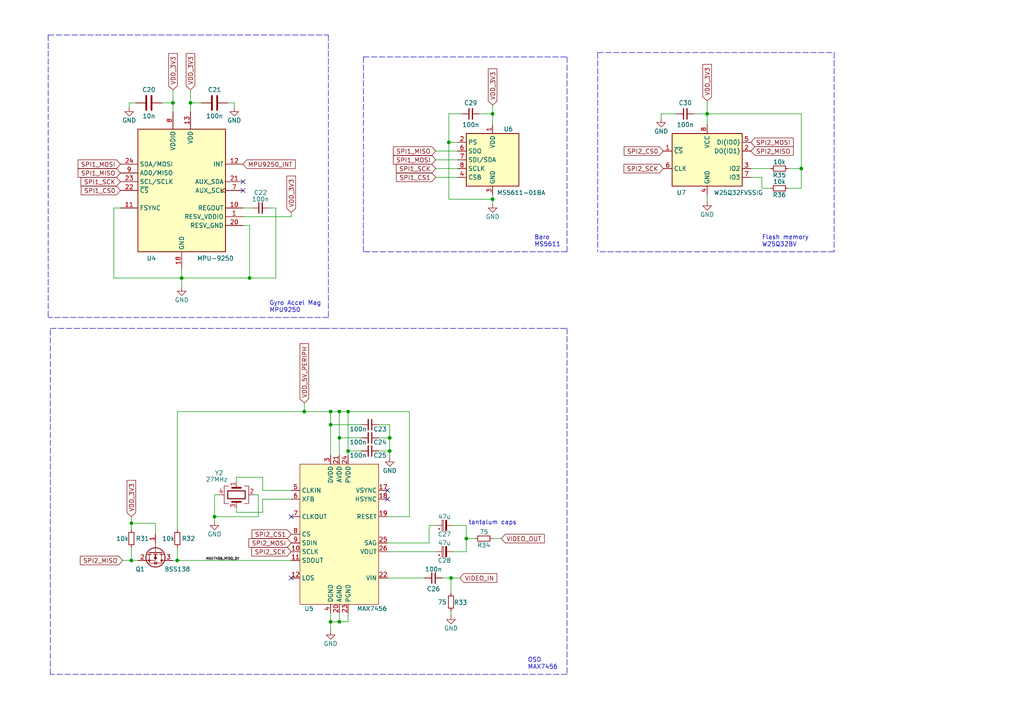
<source format=kicad_sch>
(kicad_sch (version 20211123) (generator eeschema)
  (paper "A4")
  (title_block (title "Peripherals"))
  (lib_symbols
    (symbol "Device:C" (pin_numbers hide) (pin_names (offset 0.254))
      (property "Reference" "C" (at 0.635 2.54 0))
      (property "Value" "C" (at 0.635 -2.54 0))
      (symbol "C_0_1"
        (polyline (pts (xy -2.032 -0.762) (xy 2.032 -0.762)) (stroke (width 0.508)))
        (polyline (pts (xy -2.032 0.762) (xy 2.032 0.762)) (stroke (width 0.508)))
      )
      (symbol "C_1_1"
        (pin passive line (at 0 3.81 270) (length 2.794) (name "~") (number "1"))
        (pin passive line (at 0 -3.81 90) (length 2.794) (name "~") (number "2"))
      )
    )
    (symbol "Device:C_Polarized_Small" (pin_numbers hide) (pin_names (offset 0.254) hide)
      (property "Reference" "C" (at 0.254 1.778 0))
      (property "Value" "C_Polarized_Small" (at 0.254 -2.032 0))
      (symbol "C_Polarized_Small_0_1"
        (rectangle (start -1.524 -0.3048) (end 1.524 -0.6858) (fill (type outline)))
        (rectangle (start -1.524 0.6858) (end 1.524 0.3048))
        (polyline (pts (xy -1.27 1.524) (xy -0.762 1.524)))
        (polyline (pts (xy -1.016 1.27) (xy -1.016 1.778)))
      )
      (symbol "C_Polarized_Small_1_1"
        (pin passive line (at 0 2.54 270) (length 1.8542) (name "~") (number "1"))
        (pin passive line (at 0 -2.54 90) (length 1.8542) (name "~") (number "2"))
      )
    )
    (symbol "Device:C_Small" (pin_numbers hide) (pin_names (offset 0.254) hide)
      (property "Reference" "C" (at 0.254 1.778 0))
      (property "Value" "C_Small" (at 0.254 -2.032 0))
      (symbol "C_Small_0_1"
        (polyline (pts (xy -1.524 -0.508) (xy 1.524 -0.508)) (stroke (width 0.3302)))
        (polyline (pts (xy -1.524 0.508) (xy 1.524 0.508)) (stroke (width 0.3048)))
      )
      (symbol "C_Small_1_1"
        (pin passive line (at 0 2.54 270) (length 2.032) (name "~") (number "1"))
        (pin passive line (at 0 -2.54 90) (length 2.032) (name "~") (number "2"))
      )
    )
    (symbol "Device:Crystal_GND24" (pin_names (offset 1.016) hide)
      (property "Reference" "Y" (at 3.175 5.08 0))
      (property "Value" "Crystal_GND24" (at 3.175 3.175 0))
      (symbol "Crystal_GND24_0_1"
        (rectangle (start -1.143 2.54) (end 1.143 -2.54) (stroke (width 0.3048)))
        (polyline (pts (xy -2.54 0) (xy -2.032 0)))
        (polyline (pts (xy -2.032 -1.27) (xy -2.032 1.27)) (stroke (width 0.508)))
        (polyline (pts (xy 0 -3.81) (xy 0 -3.556)))
        (polyline (pts (xy 0 3.556) (xy 0 3.81)))
        (polyline (pts (xy 2.032 -1.27) (xy 2.032 1.27)) (stroke (width 0.508)))
        (polyline (pts (xy 2.032 0) (xy 2.54 0)))
        (polyline (pts (xy -2.54 -2.286) (xy -2.54 -3.556) (xy 2.54 -3.556) (xy 2.54 -2.286)))
        (polyline (pts (xy -2.54 2.286) (xy -2.54 3.556) (xy 2.54 3.556) (xy 2.54 2.286)))
      )
      (symbol "Crystal_GND24_1_1"
        (pin passive line (at -3.81 0 0) (length 1.27) (name "1") (number "1"))
        (pin passive line (at 0 5.08 270) (length 1.27) (name "2") (number "2"))
        (pin passive line (at 3.81 0 180) (length 1.27) (name "3") (number "3"))
        (pin passive line (at 0 -5.08 90) (length 1.27) (name "4") (number "4"))
      )
    )
    (symbol "Device:R_Small" (pin_numbers hide) (pin_names (offset 0.254) hide)
      (property "Reference" "R" (at 0.762 0.508 0))
      (property "Value" "R_Small" (at 0.762 -1.016 0))
      (symbol "R_Small_0_1"
        (rectangle (start -0.762 1.778) (end 0.762 -1.778) (stroke (width 0.2032)))
      )
      (symbol "R_Small_1_1"
        (pin passive line (at 0 2.54 270) (length 0.762) (name "~") (number "1"))
        (pin passive line (at 0 -2.54 90) (length 0.762) (name "~") (number "2"))
      )
    )
    (symbol "Memory_Flash:W25Q32JVSS"
      (property "Reference" "U" (at -8.89 8.89 0))
      (property "Value" "W25Q32JVSS" (at 7.62 8.89 0))
      (symbol "W25Q32JVSS_0_1"
        (rectangle (start -10.16 7.62) (end 10.16 -7.62) (stroke (width 0.254)) (fill (type background)))
      )
      (symbol "W25Q32JVSS_1_1"
        (pin input line (at -12.7 2.54 0) (length 2.54) (name "~{CS}") (number "1"))
        (pin bidirectional line (at 12.7 2.54 180) (length 2.54) (name "DO(IO1)") (number "2"))
        (pin bidirectional line (at 12.7 -2.54 180) (length 2.54) (name "IO2") (number "3"))
        (pin power_in line (at 0 -10.16 90) (length 2.54) (name "GND") (number "4"))
        (pin bidirectional line (at 12.7 5.08 180) (length 2.54) (name "DI(IO0)") (number "5"))
        (pin input line (at -12.7 -2.54 0) (length 2.54) (name "CLK") (number "6"))
        (pin bidirectional line (at 12.7 -5.08 180) (length 2.54) (name "IO3") (number "7"))
        (pin power_in line (at 0 10.16 270) (length 2.54) (name "VCC") (number "8"))
      )
    )
    (symbol "Sensor_Motion:MPU-9250"
      (property "Reference" "U" (at -11.43 19.05 0))
      (property "Value" "MPU-9250" (at 7.62 -19.05 0))
      (symbol "MPU-9250_0_1"
        (rectangle (start -12.7 17.78) (end 12.7 -17.78) (stroke (width 0.254)) (fill (type background)))
      )
      (symbol "MPU-9250_1_1"
        (pin input line (at 17.78 -7.62 180) (length 5.08) (name "RESV_VDDIO") (number "1"))
        (pin passive line (at 17.78 -5.08 180) (length 5.08) (name "REGOUT") (number "10"))
        (pin input line (at -17.78 -5.08 0) (length 5.08) (name "FSYNC") (number "11"))
        (pin output line (at 17.78 7.62 180) (length 5.08) (name "INT") (number "12"))
        (pin power_in line (at 2.54 22.86 270) (length 5.08) (name "VDD") (number "13"))
        (pin power_in line (at 0 -22.86 90) (length 5.08) (name "GND") (number "18"))
        (pin power_in line (at 17.78 -10.16 180) (length 5.08) (name "RESV_GND") (number "20"))
        (pin bidirectional line (at 17.78 2.54 180) (length 5.08) (name "AUX_SDA") (number "21"))
        (pin input line (at -17.78 0 0) (length 5.08) (name "~{CS}") (number "22"))
        (pin input line (at -17.78 2.54 0) (length 5.08) (name "SCL/SCLK") (number "23"))
        (pin bidirectional line (at -17.78 7.62 0) (length 5.08) (name "SDA/MOSI") (number "24"))
        (pin output clock (at 17.78 0 180) (length 5.08) (name "AUX_SCL") (number "7"))
        (pin power_in line (at -2.54 22.86 270) (length 5.08) (name "VDDIO") (number "8"))
        (pin bidirectional line (at -17.78 5.08 0) (length 5.08) (name "AD0/MISO") (number "9"))
      )
    )
    (symbol "Sensor_Pressure:MS5611-01BA"
      (property "Reference" "U" (at -6.35 8.89 0))
      (property "Value" "MS5611-01BA" (at 7.62 8.89 0))
      (symbol "MS5611-01BA_0_1"
        (rectangle (start -7.62 7.62) (end 7.62 -7.62) (stroke (width 0.254)) (fill (type background)))
      )
      (symbol "MS5611-01BA_1_1"
        (pin power_in line (at 0 10.16 270) (length 2.54) (name "VDD") (number "1"))
        (pin input line (at -10.16 5.08 0) (length 2.54) (name "PS") (number "2"))
        (pin power_in line (at 0 -10.16 90) (length 2.54) (name "GND") (number "3"))
        (pin input line (at -10.16 -5.08 0) (length 2.54) (name "CSB") (number "4"))
        (pin input line (at -10.16 -5.08 0) (length 2.54) hide (name "CSB") (number "5"))
        (pin output line (at -10.16 2.54 0) (length 2.54) (name "SDO") (number "6"))
        (pin bidirectional line (at -10.16 0 0) (length 2.54) (name "SDI/SDA") (number "7"))
        (pin input line (at -10.16 -2.54 0) (length 2.54) (name "SCLK") (number "8"))
      )
    )
    (symbol "Transistor_FET:BSS138" (pin_names hide)
      (property "Reference" "Q" (at 5.08 1.905 0))
      (property "Value" "BSS138" (at 5.08 0 0))
      (symbol "BSS138_0_1"
        (polyline (pts (xy 0.254 0) (xy -2.54 0)))
        (polyline (pts (xy 0.254 1.905) (xy 0.254 -1.905)) (stroke (width 0.254)))
        (polyline (pts (xy 0.762 -1.27) (xy 0.762 -2.286)) (stroke (width 0.254)))
        (polyline (pts (xy 0.762 0.508) (xy 0.762 -0.508)) (stroke (width 0.254)))
        (polyline (pts (xy 0.762 2.286) (xy 0.762 1.27)) (stroke (width 0.254)))
        (polyline (pts (xy 2.54 2.54) (xy 2.54 1.778)))
        (polyline (pts (xy 2.54 -2.54) (xy 2.54 0) (xy 0.762 0)))
        (polyline (pts (xy 0.762 -1.778) (xy 3.302 -1.778) (xy 3.302 1.778) (xy 0.762 1.778)))
        (polyline (pts (xy 1.016 0) (xy 2.032 0.381) (xy 2.032 -0.381) (xy 1.016 0)) (fill (type outline)))
        (polyline (pts (xy 2.794 0.508) (xy 2.921 0.381) (xy 3.683 0.381) (xy 3.81 0.254)))
        (polyline (pts (xy 3.302 0.381) (xy 2.921 -0.254) (xy 3.683 -0.254) (xy 3.302 0.381)))
        (circle (center 1.651 0) (radius 2.794) (stroke (width 0.254)))
        (circle (center 2.54 -1.778) (radius 0.254) (fill (type outline)))
        (circle (center 2.54 1.778) (radius 0.254) (fill (type outline)))
      )
      (symbol "BSS138_1_1"
        (pin input line (at -5.08 0 0) (length 2.54) (name "G") (number "1"))
        (pin passive line (at 2.54 -5.08 90) (length 2.54) (name "S") (number "2"))
        (pin passive line (at 2.54 5.08 270) (length 2.54) (name "D") (number "3"))
      )
    )
    (symbol "power:GND" (power) (pin_names (offset 0))
      (property "Value" "GND" (at 0 -3.81 0))
      (symbol "GND_0_1"
        (polyline (pts (xy 0 0) (xy 0 -1.27) (xy 1.27 -1.27) (xy 0 -2.54) (xy -1.27 -1.27) (xy 0 -1.27)))
      )
      (symbol "GND_1_1"
        (pin power_in line (at 0 0 270) (length 0) hide (name "GND") (number "1"))
      )
    )
    (symbol "user_lib:MAX7456"
      (property "Reference" "U" (at 10.16 -24.13 0))
      (property "Value" "MAX7456" (at 10.16 -21.59 0))
      (symbol "MAX7456_0_1"
        (rectangle (start -11.43 20.32) (end 11.43 -20.32) (fill (type background)))
      )
      (symbol "MAX7456_1_1"
        (pin bidirectional line (at -13.97 -5.08 0) (length 2.54) (name "SCLK") (number "10"))
        (pin bidirectional line (at -13.97 -7.62 0) (length 2.54) (name "SDOUT") (number "11"))
        (pin bidirectional line (at -13.97 -12.7 0) (length 2.54) (name "LOS") (number "12"))
        (pin bidirectional line (at 13.97 12.7 180) (length 2.54) (name "VSYNC") (number "17"))
        (pin bidirectional line (at 13.97 10.16 180) (length 2.54) (name "HSYNC") (number "18"))
        (pin input line (at 13.97 5.08 180) (length 2.54) (name "RESET") (number "19"))
        (pin power_in line (at 0 -22.86 90) (length 2.54) (name "AGND") (number "20"))
        (pin power_in line (at 0 22.86 270) (length 2.54) (name "AVDD") (number "21"))
        (pin input line (at 13.97 -12.7 180) (length 2.54) (name "VIN") (number "22"))
        (pin power_in line (at 2.54 -22.86 90) (length 2.54) (name "PGND") (number "23"))
        (pin power_in line (at 2.54 22.86 270) (length 2.54) (name "PVDD") (number "24"))
        (pin input line (at 13.97 -2.54 180) (length 2.54) (name "SAG") (number "25"))
        (pin input line (at 13.97 -5.08 180) (length 2.54) (name "VOUT") (number "26"))
        (pin power_in line (at -2.54 22.86 270) (length 2.54) (name "DVDD") (number "3"))
        (pin power_in line (at -2.54 -22.86 90) (length 2.54) (name "DGND") (number "4"))
        (pin bidirectional line (at -13.97 12.7 0) (length 2.54) (name "CLKIN") (number "5"))
        (pin bidirectional line (at -13.97 10.16 0) (length 2.54) (name "XFB") (number "6"))
        (pin bidirectional line (at -13.97 5.08 0) (length 2.54) (name "CLKOUT") (number "7"))
        (pin bidirectional line (at -13.97 0 0) (length 2.54) (name "CS") (number "8"))
        (pin bidirectional line (at -13.97 -2.54 0) (length 2.54) (name "SDIN") (number "9"))
      )
    )
  )
  (junction (at 72.39 80.645))
  (junction (at 232.41 48.895))
  (junction (at 88.265 119.38))
  (junction (at 142.875 33.02))
  (junction (at 95.885 123.19))
  (junction (at 100.965 130.81))
  (junction (at 113.03 130.81))
  (junction (at 62.23 149.86))
  (junction (at 130.175 41.275))
  (junction (at 100.965 119.38))
  (junction (at 95.885 180.34))
  (junction (at 142.875 57.785))
  (junction (at 38.1 162.56))
  (junction (at 98.425 180.34))
  (junction (at 130.81 167.64))
  (junction (at 55.245 29.845))
  (junction (at 50.165 29.845))
  (junction (at 38.1 151.765))
  (junction (at 98.425 127))
  (junction (at 51.435 162.56))
  (junction (at 52.705 80.645))
  (junction (at 113.03 127))
  (junction (at 205.105 33.02))
  (junction (at 95.885 119.38))
  (junction (at 98.425 119.38))
  (junction (at 135.255 156.21))
  (no_connect (at 84.455 167.64))
  (no_connect (at 112.395 142.24))
  (no_connect (at 70.485 52.705))
  (no_connect (at 112.395 144.78))
  (no_connect (at 84.455 149.86))
  (no_connect (at 70.485 55.245))
  (wire (pts (xy 201.295 33.02) (xy 205.105 33.02)))
  (wire (pts (xy 126.365 43.815) (xy 132.715 43.815)))
  (wire (pts (xy 130.81 177.165) (xy 130.81 178.435)))
  (wire (pts (xy 228.6 48.895) (xy 232.41 48.895)))
  (wire (pts (xy 51.435 119.38) (xy 88.265 119.38)))
  (wire (pts (xy 109.855 123.19) (xy 113.03 123.19)))
  (wire (pts (xy 76.2 138.43) (xy 68.58 138.43)))
  (polyline (pts (xy 241.935 73.025) (xy 173.355 73.025)))
  (wire (pts (xy 38.1 151.765) (xy 38.1 153.67)))
  (wire (pts (xy 88.265 119.38) (xy 95.885 119.38)))
  (wire (pts (xy 95.885 119.38) (xy 98.425 119.38)))
  (wire (pts (xy 52.705 80.645) (xy 33.02 80.645)))
  (wire (pts (xy 104.775 123.19) (xy 95.885 123.19)))
  (wire (pts (xy 84.455 62.865) (xy 84.455 61.595)))
  (polyline (pts (xy 164.465 16.51) (xy 164.465 73.025)))
  (wire (pts (xy 217.805 48.895) (xy 223.52 48.895)))
  (wire (pts (xy 78.105 60.325) (xy 80.01 60.325)))
  (wire (pts (xy 98.425 180.34) (xy 100.965 180.34)))
  (polyline (pts (xy 164.465 95.25) (xy 164.465 195.58)))
  (wire (pts (xy 51.435 162.56) (xy 84.455 162.56)))
  (wire (pts (xy 55.245 26.035) (xy 55.245 29.845)))
  (wire (pts (xy 37.465 29.845) (xy 37.465 31.115)))
  (wire (pts (xy 38.1 149.86) (xy 38.1 151.765)))
  (wire (pts (xy 38.1 151.765) (xy 45.085 151.765)))
  (polyline (pts (xy 173.355 15.24) (xy 173.355 73.025)))
  (wire (pts (xy 68.58 138.43) (xy 68.58 139.7)))
  (polyline (pts (xy 14.605 195.58) (xy 14.605 95.25)))
  (wire (pts (xy 50.165 26.035) (xy 50.165 29.845)))
  (wire (pts (xy 232.41 54.61) (xy 228.6 54.61)))
  (wire (pts (xy 135.255 152.4) (xy 135.255 156.21)))
  (polyline (pts (xy 95.25 10.16) (xy 95.25 92.075)))
  (wire (pts (xy 52.705 80.645) (xy 52.705 83.185)))
  (wire (pts (xy 73.66 143.51) (xy 74.93 143.51)))
  (wire (pts (xy 130.175 41.275) (xy 130.175 57.785)))
  (wire (pts (xy 142.875 156.21) (xy 145.415 156.21)))
  (wire (pts (xy 112.395 160.02) (xy 126.365 160.02)))
  (wire (pts (xy 130.175 33.02) (xy 133.985 33.02)))
  (wire (pts (xy 113.03 130.81) (xy 113.03 132.715)))
  (wire (pts (xy 45.085 151.765) (xy 45.085 154.94)))
  (wire (pts (xy 124.46 152.4) (xy 126.365 152.4)))
  (wire (pts (xy 100.965 130.81) (xy 100.965 132.08)))
  (wire (pts (xy 50.165 162.56) (xy 51.435 162.56)))
  (wire (pts (xy 35.56 162.56) (xy 38.1 162.56)))
  (wire (pts (xy 70.485 60.325) (xy 73.025 60.325)))
  (wire (pts (xy 76.2 144.78) (xy 84.455 144.78)))
  (wire (pts (xy 126.365 51.435) (xy 132.715 51.435)))
  (wire (pts (xy 232.41 48.895) (xy 232.41 54.61)))
  (wire (pts (xy 142.875 56.515) (xy 142.875 57.785)))
  (wire (pts (xy 112.395 149.86) (xy 118.745 149.86)))
  (wire (pts (xy 205.105 56.515) (xy 205.105 58.42)))
  (wire (pts (xy 70.485 62.865) (xy 84.455 62.865)))
  (wire (pts (xy 112.395 157.48) (xy 124.46 157.48)))
  (wire (pts (xy 113.03 123.19) (xy 113.03 127)))
  (wire (pts (xy 98.425 119.38) (xy 100.965 119.38)))
  (polyline (pts (xy 13.97 10.16) (xy 95.25 10.16)))
  (wire (pts (xy 88.265 116.84) (xy 88.265 119.38)))
  (wire (pts (xy 142.875 57.785) (xy 142.875 59.055)))
  (wire (pts (xy 51.435 162.56) (xy 51.435 158.75)))
  (polyline (pts (xy 105.41 16.51) (xy 105.41 73.025)))
  (wire (pts (xy 142.875 30.48) (xy 142.875 33.02)))
  (wire (pts (xy 104.775 127) (xy 98.425 127)))
  (wire (pts (xy 55.245 29.845) (xy 58.42 29.845)))
  (wire (pts (xy 33.02 60.325) (xy 33.02 80.645)))
  (wire (pts (xy 100.965 180.34) (xy 100.965 177.8)))
  (wire (pts (xy 217.805 51.435) (xy 220.98 51.435)))
  (wire (pts (xy 68.58 147.32) (xy 68.58 148.59)))
  (wire (pts (xy 104.775 130.81) (xy 100.965 130.81)))
  (polyline (pts (xy 14.605 95.25) (xy 93.98 95.25)))
  (wire (pts (xy 76.2 148.59) (xy 76.2 144.78)))
  (wire (pts (xy 205.105 33.02) (xy 205.105 36.195)))
  (wire (pts (xy 52.705 78.105) (xy 52.705 80.645)))
  (polyline (pts (xy 173.355 15.24) (xy 241.935 15.24)))
  (wire (pts (xy 135.255 156.21) (xy 137.795 156.21)))
  (wire (pts (xy 100.965 119.38) (xy 118.745 119.38)))
  (wire (pts (xy 95.885 180.34) (xy 95.885 182.88)))
  (wire (pts (xy 126.365 48.895) (xy 132.715 48.895)))
  (wire (pts (xy 62.23 143.51) (xy 63.5 143.51)))
  (wire (pts (xy 124.46 157.48) (xy 124.46 152.4)))
  (wire (pts (xy 109.855 127) (xy 113.03 127)))
  (wire (pts (xy 98.425 119.38) (xy 98.425 127)))
  (wire (pts (xy 220.98 51.435) (xy 220.98 54.61)))
  (wire (pts (xy 98.425 177.8) (xy 98.425 180.34)))
  (wire (pts (xy 46.99 29.845) (xy 50.165 29.845)))
  (wire (pts (xy 232.41 33.02) (xy 205.105 33.02)))
  (polyline (pts (xy 93.98 95.25) (xy 164.465 95.25)))
  (wire (pts (xy 50.165 29.845) (xy 50.165 32.385)))
  (wire (pts (xy 205.105 29.21) (xy 205.105 33.02)))
  (wire (pts (xy 95.885 119.38) (xy 95.885 123.19)))
  (wire (pts (xy 131.445 152.4) (xy 135.255 152.4)))
  (wire (pts (xy 76.2 142.24) (xy 76.2 138.43)))
  (wire (pts (xy 112.395 167.64) (xy 123.19 167.64)))
  (wire (pts (xy 55.245 29.845) (xy 55.245 32.385)))
  (wire (pts (xy 130.81 167.64) (xy 133.35 167.64)))
  (wire (pts (xy 126.365 46.355) (xy 132.715 46.355)))
  (wire (pts (xy 191.77 34.29) (xy 191.77 33.02)))
  (wire (pts (xy 39.37 29.845) (xy 37.465 29.845)))
  (wire (pts (xy 128.27 167.64) (xy 130.81 167.64)))
  (wire (pts (xy 80.01 60.325) (xy 80.01 80.645)))
  (wire (pts (xy 95.885 177.8) (xy 95.885 180.34)))
  (wire (pts (xy 68.58 148.59) (xy 76.2 148.59)))
  (wire (pts (xy 62.23 149.86) (xy 62.23 151.13)))
  (wire (pts (xy 34.925 60.325) (xy 33.02 60.325)))
  (wire (pts (xy 95.885 123.19) (xy 95.885 132.08)))
  (wire (pts (xy 130.175 41.275) (xy 130.175 33.02)))
  (wire (pts (xy 113.03 127) (xy 113.03 130.81)))
  (wire (pts (xy 130.81 167.64) (xy 130.81 172.085)))
  (wire (pts (xy 109.855 130.81) (xy 113.03 130.81)))
  (wire (pts (xy 118.745 119.38) (xy 118.745 149.86)))
  (wire (pts (xy 51.435 119.38) (xy 51.435 153.67)))
  (wire (pts (xy 98.425 127) (xy 98.425 132.08)))
  (wire (pts (xy 100.965 119.38) (xy 100.965 130.81)))
  (wire (pts (xy 67.945 29.845) (xy 67.945 31.115)))
  (wire (pts (xy 62.23 149.86) (xy 62.23 143.51)))
  (wire (pts (xy 142.875 33.02) (xy 142.875 36.195)))
  (wire (pts (xy 232.41 48.895) (xy 232.41 33.02)))
  (wire (pts (xy 191.77 33.02) (xy 196.215 33.02)))
  (wire (pts (xy 70.485 65.405) (xy 72.39 65.405)))
  (wire (pts (xy 135.255 156.21) (xy 135.255 160.02)))
  (wire (pts (xy 95.885 180.34) (xy 98.425 180.34)))
  (polyline (pts (xy 13.97 10.16) (xy 13.97 92.075)))
  (wire (pts (xy 139.065 33.02) (xy 142.875 33.02)))
  (wire (pts (xy 220.98 54.61) (xy 223.52 54.61)))
  (wire (pts (xy 38.1 162.56) (xy 38.1 158.75)))
  (wire (pts (xy 72.39 65.405) (xy 72.39 80.645)))
  (polyline (pts (xy 164.465 195.58) (xy 14.605 195.58)))
  (polyline (pts (xy 164.465 73.025) (xy 105.41 73.025)))
  (wire (pts (xy 135.255 160.02) (xy 131.445 160.02)))
  (polyline (pts (xy 95.25 92.075) (xy 13.97 92.075)))
  (polyline (pts (xy 105.41 16.51) (xy 164.465 16.51)))
  (wire (pts (xy 62.23 149.86) (xy 74.93 149.86)))
  (wire (pts (xy 132.715 41.275) (xy 130.175 41.275)))
  (wire (pts (xy 80.01 80.645) (xy 72.39 80.645)))
  (wire (pts (xy 76.2 142.24) (xy 84.455 142.24)))
  (wire (pts (xy 66.04 29.845) (xy 67.945 29.845)))
  (wire (pts (xy 38.1 162.56) (xy 40.005 162.56)))
  (polyline (pts (xy 241.935 15.24) (xy 241.935 73.025)))
  (wire (pts (xy 74.93 143.51) (xy 74.93 149.86)))
  (wire (pts (xy 130.175 57.785) (xy 142.875 57.785)))
  (wire (pts (xy 52.705 80.645) (xy 72.39 80.645)))
  (text "Flash memory \nW25Q32BV\n" (at 220.98 71.755 0) (effects (font (size 1.27 1.27)) (justify left bottom)))
  (text "Gyro Accel Mag\nMPU9250" (at 78.105 90.805 0) (effects (font (size 1.27 1.27)) (justify left bottom)))
  (text "OSD\nMAX7456" (at 153.035 194.31 0) (effects (font (size 1.27 1.27)) (justify left bottom)))
  (text "Baro\nMS5611\n" (at 154.94 71.755 0) (effects (font (size 1.27 1.27)) (justify left bottom)))
  (text "tantalum caps" (at 135.89 152.4 0) (effects (font (size 1.27 1.27)) (justify left bottom)))
  (label "MAX7456_MISO_5V" (at 59.69 162.56 0) (effects (font (size 0.7 0.7))))
  (global_label "SPI2_MOSI" (shape input) (at 217.805 41.275 0) (property "Intersheet References" "${INTERSHEET_REFS}" (effects hide)))
  (global_label "SPI2_MISO" (shape input) (at 217.805 43.815 0) (property "Intersheet References" "${INTERSHEET_REFS}" (effects hide)))
  (global_label "VDD_3V3" (shape input) (at 50.165 26.035 90) (property "Intersheet References" "${INTERSHEET_REFS}" (effects hide)))
  (global_label "MPU9250_INT" (shape input) (at 70.485 47.625 0) (property "Intersheet References" "${INTERSHEET_REFS}" (effects hide)))
  (global_label "VIDEO_OUT" (shape input) (at 145.415 156.21 0) (property "Intersheet References" "${INTERSHEET_REFS}" (effects hide)))
  (global_label "SPI1_CS1" (shape input) (at 126.365 51.435 180) (property "Intersheet References" "${INTERSHEET_REFS}" (effects hide)))
  (global_label "SPI1_SCK" (shape input) (at 34.925 52.705 180) (property "Intersheet References" "${INTERSHEET_REFS}" (effects hide)))
  (global_label "SPI1_MOSI" (shape input) (at 126.365 46.355 180) (property "Intersheet References" "${INTERSHEET_REFS}" (effects hide)))
  (global_label "SPI2_CS1" (shape input) (at 84.455 154.94 180) (property "Intersheet References" "${INTERSHEET_REFS}" (effects hide)))
  (global_label "SPI2_SCK" (shape input) (at 84.455 160.02 180) (property "Intersheet References" "${INTERSHEET_REFS}" (effects hide)))
  (global_label "SPI2_SCK" (shape input) (at 192.405 48.895 180) (property "Intersheet References" "${INTERSHEET_REFS}" (effects hide)))
  (global_label "SPI1_CS0" (shape input) (at 34.925 55.245 180) (property "Intersheet References" "${INTERSHEET_REFS}" (effects hide)))
  (global_label "SPI2_MOSI" (shape input) (at 84.455 157.48 180) (property "Intersheet References" "${INTERSHEET_REFS}" (effects hide)))
  (global_label "VDD_3V3" (shape input) (at 142.875 30.48 90) (property "Intersheet References" "${INTERSHEET_REFS}" (effects hide)))
  (global_label "SPI1_MISO" (shape input) (at 34.925 50.165 180) (property "Intersheet References" "${INTERSHEET_REFS}" (effects hide)))
  (global_label "VIDEO_IN" (shape input) (at 133.35 167.64 0) (property "Intersheet References" "${INTERSHEET_REFS}" (effects hide)))
  (global_label "VDD_3V3" (shape input) (at 205.105 29.21 90) (property "Intersheet References" "${INTERSHEET_REFS}" (effects hide)))
  (global_label "SPI2_CS0" (shape input) (at 192.405 43.815 180) (property "Intersheet References" "${INTERSHEET_REFS}" (effects hide)))
  (global_label "VDD_5V_PERIPH" (shape input) (at 88.265 116.84 90) (property "Intersheet References" "${INTERSHEET_REFS}" (effects hide)))
  (global_label "SPI1_MISO" (shape input) (at 126.365 43.815 180) (property "Intersheet References" "${INTERSHEET_REFS}" (effects hide)))
  (global_label "VDD_3V3" (shape input) (at 38.1 149.86 90) (property "Intersheet References" "${INTERSHEET_REFS}" (effects hide)))
  (global_label "SPI1_MOSI" (shape input) (at 34.925 47.625 180) (property "Intersheet References" "${INTERSHEET_REFS}" (effects hide)))
  (global_label "VDD_3V3" (shape input) (at 55.245 26.035 90) (property "Intersheet References" "${INTERSHEET_REFS}" (effects hide)))
  (global_label "VDD_3V3" (shape input) (at 84.455 61.595 90) (property "Intersheet References" "${INTERSHEET_REFS}" (effects hide)))
  (global_label "SPI1_SCK" (shape input) (at 126.365 48.895 180) (property "Intersheet References" "${INTERSHEET_REFS}" (effects hide)))
  (global_label "SPI2_MISO" (shape input) (at 35.56 162.56 180) (property "Intersheet References" "${INTERSHEET_REFS}" (effects hide)))
  (symbol (lib_id "Device:R_Small") (at 130.81 174.625 180) (unit 1)
    (property "Reference" "R33" (at 133.604 174.752 0))
    (property "Value" "75" (at 128.27 174.625 0))
    (property "Footprint" "Resistor_SMD:R_0603_1608Metric_Pad0.98x0.95mm_HandSolder" (effects hide))
  )
  (symbol (lib_id "power:GND") (at 62.23 151.13 0) (unit 1)
    (property "Reference" "#PWR034" (effects hide))
    (property "Value" "GND" (at 62.23 154.94 0))
  )
  (symbol (lib_id "power:GND") (at 205.105 58.42 0) (unit 1)
    (property "Reference" "#PWR041" (effects hide))
    (property "Value" "GND" (at 205.105 62.23 0))
  )
  (symbol (lib_id "Device:C_Small") (at 125.73 167.64 90) (unit 1)
    (property "Reference" "C26" (at 125.73 170.815 90))
    (property "Value" "100n" (at 125.73 165.1 90))
    (property "Footprint" "Capacitor_SMD:C_0603_1608Metric_Pad1.08x0.95mm_HandSolder" (effects hide))
  )
  (symbol (lib_id "power:GND") (at 113.03 132.715 0) (unit 1)
    (property "Reference" "#PWR037" (effects hide))
    (property "Value" "GND" (at 113.03 136.525 0))
  )
  (symbol (lib_id "Transistor_FET:BSS138") (at 45.085 160.02 270) (unit 1)
    (property "Reference" "Q1" (at 40.64 165.1 90))
    (property "Value" "BSS138" (at 51.435 165.1 90))
    (property "Footprint" "Package_TO_SOT_SMD:SOT-23" (effects hide))
    (property "Datasheet" "https://www.onsemi.com/pub/Collateral/BSS138-D.PDF" (effects hide))
  )
  (symbol (lib_id "Device:C_Small") (at 75.565 60.325 90) (unit 1)
    (property "Reference" "C22" (at 75.565 55.88 90))
    (property "Value" "100n" (at 75.565 57.785 90))
    (property "Footprint" "Capacitor_SMD:C_0603_1608Metric_Pad1.08x0.95mm_HandSolder" (effects hide))
  )
  (symbol (lib_id "Device:Crystal_GND24") (at 68.58 143.51 270) (unit 1)
    (property "Reference" "Y2" (at 63.5 137.16 90))
    (property "Value" "27MHz" (at 62.865 139.065 90))
    (property "Footprint" "Crystal:Crystal_SMD_3225-4Pin_3.2x2.5mm" (effects hide))
  )
  (symbol (lib_id "Device:C") (at 43.18 29.845 90) (unit 1)
    (property "Reference" "C20" (at 43.18 26.035 90))
    (property "Value" "10n" (at 43.18 33.655 90))
    (property "Footprint" "Capacitor_SMD:C_0603_1608Metric_Pad1.08x0.95mm_HandSolder" (effects hide))
  )
  (symbol (lib_id "power:GND") (at 37.465 31.115 0) (unit 1)
    (property "Reference" "#PWR032" (effects hide))
    (property "Value" "GND" (at 37.465 34.925 0))
  )
  (symbol (lib_id "Device:C") (at 62.23 29.845 90) (unit 1)
    (property "Reference" "C21" (at 62.23 26.035 90))
    (property "Value" "100n" (at 62.23 33.655 90))
    (property "Footprint" "Capacitor_SMD:C_0603_1608Metric_Pad1.08x0.95mm_HandSolder" (effects hide))
  )
  (symbol (lib_id "user_lib:MAX7456") (at 98.425 154.94 0) (unit 1)
    (property "Reference" "U5" (at 88.265 176.53 0) (effects (justify left)))
    (property "Value" "MAX7456" (at 103.505 176.53 0) (effects (justify left)))
    (property "Footprint" "Package_SO:HTSSOP-28-1EP_4.4x9.7mm_P0.65mm_EP2.85x5.4mm_ThermalVias" (effects hide))
  )
  (symbol (lib_id "Device:R_Small") (at 140.335 156.21 90) (unit 1)
    (property "Reference" "R34" (at 140.335 158.115 90))
    (property "Value" "75" (at 140.335 154.305 90))
    (property "Footprint" "Resistor_SMD:R_0603_1608Metric_Pad0.98x0.95mm_HandSolder" (effects hide))
  )
  (symbol (lib_id "power:GND") (at 95.885 182.88 0) (unit 1)
    (property "Reference" "#PWR036" (effects hide))
    (property "Value" "GND" (at 95.885 186.69 0))
  )
  (symbol (lib_id "Device:C_Small") (at 107.315 123.19 270) (unit 1)
    (property "Reference" "C23" (at 110.236 124.46 90))
    (property "Value" "100n" (at 103.886 124.46 90))
    (property "Footprint" "Capacitor_SMD:C_0603_1608Metric_Pad1.08x0.95mm_HandSolder" (effects hide))
  )
  (symbol (lib_id "Sensor_Motion:MPU-9250") (at 52.705 55.245 0) (unit 1)
    (property "Reference" "U4" (at 42.545 74.93 0) (effects (justify left)))
    (property "Value" "MPU-9250" (at 57.15 74.93 0) (effects (justify left)))
    (property "Footprint" "Sensor_Motion:InvenSense_QFN-24_3x3mm_P0.4mm" (effects hide))
    (property "Datasheet" "https://store.invensense.com/datasheets/invensense/MPU9250REV1.0.pdf" (effects hide))
  )
  (symbol (lib_id "Device:R_Small") (at 226.06 54.61 90) (unit 1)
    (property "Reference" "R36" (at 226.06 56.515 90))
    (property "Value" "10k" (at 226.06 52.705 90))
    (property "Footprint" "Resistor_SMD:R_0603_1608Metric_Pad0.98x0.95mm_HandSolder" (effects hide))
  )
  (symbol (lib_id "Device:C_Polarized_Small") (at 128.905 160.02 90) (unit 1)
    (property "Reference" "C28" (at 128.905 162.56 90))
    (property "Value" "47u" (at 128.905 157.48 90))
    (property "Footprint" "Capacitor_SMD:C_1206_3216Metric_Pad1.33x1.80mm_HandSolder" (effects hide))
  )
  (symbol (lib_id "Device:C_Small") (at 107.315 127 270) (unit 1)
    (property "Reference" "C24" (at 110.236 128.27 90))
    (property "Value" "100n" (at 103.886 128.27 90))
    (property "Footprint" "Capacitor_SMD:C_0603_1608Metric_Pad1.08x0.95mm_HandSolder" (effects hide))
  )
  (symbol (lib_id "power:GND") (at 142.875 59.055 0) (unit 1)
    (property "Reference" "#PWR039" (effects hide))
    (property "Value" "GND" (at 142.875 62.865 0))
  )
  (symbol (lib_id "power:GND") (at 130.81 178.435 0) (unit 1)
    (property "Reference" "#PWR038" (effects hide))
    (property "Value" "GND" (at 130.81 182.245 0))
  )
  (symbol (lib_id "Device:C_Small") (at 107.315 130.81 270) (unit 1)
    (property "Reference" "C25" (at 110.236 132.08 90))
    (property "Value" "100n" (at 103.886 132.08 90))
    (property "Footprint" "Capacitor_SMD:C_0603_1608Metric_Pad1.08x0.95mm_HandSolder" (effects hide))
  )
  (symbol (lib_id "Device:R_Small") (at 38.1 156.21 0) (unit 1)
    (property "Reference" "R31" (at 39.37 156.21 0) (effects (justify left)))
    (property "Value" "10k" (at 33.655 156.21 0) (effects (justify left)))
    (property "Footprint" "Resistor_SMD:R_0603_1608Metric_Pad0.98x0.95mm_HandSolder" (effects hide))
  )
  (symbol (lib_id "Device:R_Small") (at 51.435 156.21 0) (unit 1)
    (property "Reference" "R32" (at 52.705 156.21 0) (effects (justify left)))
    (property "Value" "10k" (at 46.99 156.21 0) (effects (justify left)))
    (property "Footprint" "Resistor_SMD:R_0603_1608Metric_Pad0.98x0.95mm_HandSolder" (effects hide))
  )
  (symbol (lib_id "power:GND") (at 191.77 34.29 0) (unit 1)
    (property "Reference" "#PWR040" (effects hide))
    (property "Value" "GND" (at 191.77 38.1 0))
  )
  (symbol (lib_id "Memory_Flash:W25Q32JVSS") (at 205.105 46.355 0) (unit 1)
    (property "Reference" "U7" (at 196.215 55.88 0) (effects (justify left)))
    (property "Value" "W25Q32FVSSIG" (at 207.01 55.88 0) (effects (justify left)))
    (property "Footprint" "Package_SO:SOIC-8_5.275x5.275mm_P1.27mm" (effects hide))
    (property "Datasheet" "http://www.winbond.com/resource-files/w25q32jv%20revg%2003272018%20plus.pdf" (effects hide))
  )
  (symbol (lib_id "power:GND") (at 67.945 31.115 0) (unit 1)
    (property "Reference" "#PWR035" (effects hide))
    (property "Value" "GND" (at 67.945 34.925 0))
  )
  (symbol (lib_id "Device:R_Small") (at 226.06 48.895 90) (unit 1)
    (property "Reference" "R35" (at 226.06 50.8 90))
    (property "Value" "10k" (at 226.06 46.99 90))
    (property "Footprint" "Resistor_SMD:R_0603_1608Metric_Pad0.98x0.95mm_HandSolder" (effects hide))
  )
  (symbol (lib_id "Device:C_Small") (at 198.755 33.02 90) (unit 1)
    (property "Reference" "C30" (at 198.755 29.845 90))
    (property "Value" "100n" (at 198.755 36.195 90))
    (property "Footprint" "Capacitor_SMD:C_0603_1608Metric_Pad1.08x0.95mm_HandSolder" (effects hide))
  )
  (symbol (lib_id "Device:C_Polarized_Small") (at 128.905 152.4 90) (unit 1)
    (property "Reference" "C27" (at 128.905 154.94 90))
    (property "Value" "47u" (at 128.905 149.86 90))
    (property "Footprint" "Capacitor_SMD:C_1206_3216Metric_Pad1.33x1.80mm_HandSolder" (effects hide))
  )
  (symbol (lib_id "Sensor_Pressure:MS5611-01BA") (at 142.875 46.355 0) (unit 1)
    (property "Reference" "U6" (at 146.05 37.465 0) (effects (justify left)))
    (property "Value" "MS5611-01BA" (at 144.145 55.88 0) (effects (justify left)))
    (property "Footprint" "user_lib:LGA-8_3x5mm_P1.25mm_handsolder" (effects hide))
    (property "Datasheet" "https://www.te.com/commerce/DocumentDelivery/DDEController?Action=srchrtrv&DocNm=MS5611-01BA03&DocType=Data+Sheet&DocLang=English" (effects hide))
  )
  (symbol (lib_id "power:GND") (at 52.705 83.185 0) (unit 1)
    (property "Reference" "#PWR033" (effects hide))
    (property "Value" "GND" (at 52.705 86.995 0))
  )
  (symbol (lib_id "Device:C_Small") (at 136.525 33.02 90) (unit 1)
    (property "Reference" "C29" (at 136.525 29.845 90))
    (property "Value" "100n" (at 136.525 36.195 90))
    (property "Footprint" "Capacitor_SMD:C_0603_1608Metric_Pad1.08x0.95mm_HandSolder" (effects hide))
  )
)
</source>
